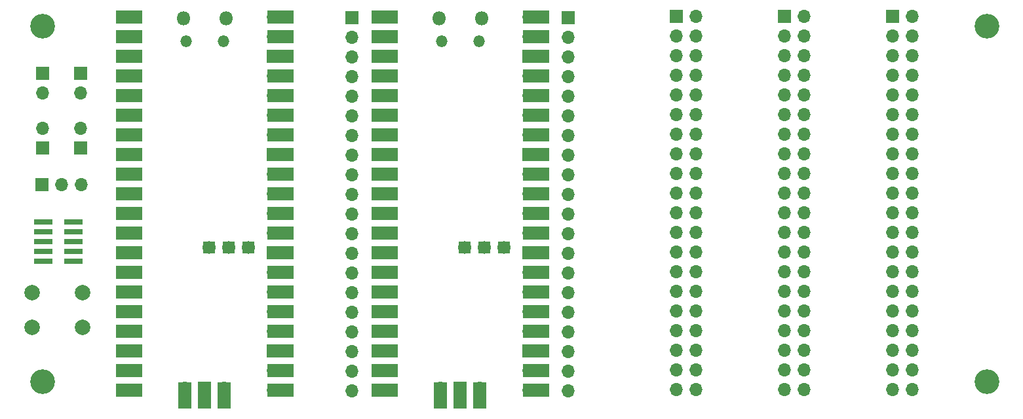
<source format=gbr>
%TF.GenerationSoftware,KiCad,Pcbnew,7.0.7*%
%TF.CreationDate,2023-09-07T20:52:16+09:00*%
%TF.ProjectId,KiCad,4b694361-642e-46b6-9963-61645f706362,rev?*%
%TF.SameCoordinates,PX41cdb40PY67f3540*%
%TF.FileFunction,Soldermask,Top*%
%TF.FilePolarity,Negative*%
%FSLAX46Y46*%
G04 Gerber Fmt 4.6, Leading zero omitted, Abs format (unit mm)*
G04 Created by KiCad (PCBNEW 7.0.7) date 2023-09-07 20:52:16*
%MOMM*%
%LPD*%
G01*
G04 APERTURE LIST*
G04 Aperture macros list*
%AMOutline4P*
0 Free polygon, 4 corners , with rotation*
0 The origin of the aperture is its center*
0 number of corners: always 4*
0 $1 to $8 corner X, Y*
0 $9 Rotation angle, in degrees counterclockwise*
0 create outline with 4 corners*
4,1,4,$1,$2,$3,$4,$5,$6,$7,$8,$1,$2,$9*%
G04 Aperture macros list end*
%ADD10C,3.200000*%
%ADD11R,1.700000X1.700000*%
%ADD12O,1.700000X1.700000*%
%ADD13R,2.400000X0.740000*%
%ADD14O,1.800000X1.800000*%
%ADD15O,1.500000X1.500000*%
%ADD16R,3.500000X1.700000*%
%ADD17R,1.700000X3.500000*%
%ADD18C,1.700000*%
%ADD19R,1.524000X1.524000*%
%ADD20Outline4P,-0.762000X-0.762000X0.762000X-0.762000X0.762000X0.762000X-0.762000X0.762000X0.000000*%
%ADD21C,2.000000*%
G04 APERTURE END LIST*
D10*
%TO.C,H2*%
X4000000Y50000000D03*
%TD*%
D11*
%TO.C,JP3*%
X4000000Y34197000D03*
D12*
X4000000Y36737000D03*
%TD*%
D13*
%TO.C,J7*%
X4107000Y24672000D03*
X8007000Y24672000D03*
X4107000Y23402000D03*
X8007000Y23402000D03*
X4107000Y22132000D03*
X8007000Y22132000D03*
X4107000Y20862000D03*
X8007000Y20862000D03*
X4107000Y19592000D03*
X8007000Y19592000D03*
%TD*%
D11*
%TO.C,J4*%
X44030000Y51100000D03*
D12*
X44030000Y48560000D03*
X44030000Y46020000D03*
X44030000Y43480000D03*
X44030000Y40940000D03*
X44030000Y38400000D03*
X44030000Y35860000D03*
X44030000Y33320000D03*
X44030000Y30780000D03*
X44030000Y28240000D03*
X44030000Y25700000D03*
X44030000Y23160000D03*
X44030000Y20620000D03*
X44030000Y18080000D03*
X44030000Y15540000D03*
X44030000Y13000000D03*
X44030000Y10460000D03*
X44030000Y7920000D03*
X44030000Y5380000D03*
X44030000Y2840000D03*
%TD*%
D11*
%TO.C,JP1*%
X8978000Y43849000D03*
D12*
X8978000Y41309000D03*
%TD*%
D11*
%TO.C,J1*%
X113875000Y51215000D03*
D12*
X113875000Y48675000D03*
X113875000Y46135000D03*
X113875000Y43595000D03*
X113875000Y41055000D03*
X113875000Y38515000D03*
X113875000Y35975000D03*
X113875000Y33435000D03*
X113875000Y30895000D03*
X113875000Y28355000D03*
X113875000Y25815000D03*
X113875000Y23275000D03*
X113875000Y20735000D03*
X113875000Y18195000D03*
X113875000Y15655000D03*
X113875000Y13115000D03*
X113875000Y10575000D03*
X113875000Y8035000D03*
X113875000Y5495000D03*
X113875000Y2955000D03*
X116415000Y2955000D03*
X116415000Y5495000D03*
X116415000Y8035000D03*
X116415000Y10575000D03*
X116415000Y13115000D03*
X116415000Y15655000D03*
X116415000Y18195000D03*
X116415000Y20735000D03*
X116415000Y23275000D03*
X116415000Y25815000D03*
X116415000Y28355000D03*
X116415000Y30895000D03*
X116415000Y33435000D03*
X116415000Y35975000D03*
X116415000Y38515000D03*
X116415000Y41055000D03*
X116415000Y43595000D03*
X116415000Y46135000D03*
X116415000Y48675000D03*
X116415000Y51215000D03*
%TD*%
D14*
%TO.C,U1*%
X55275000Y51000000D03*
D15*
X55575000Y47970000D03*
X60425000Y47970000D03*
D14*
X60725000Y51000000D03*
D12*
X49110000Y51130000D03*
D16*
X48210000Y51130000D03*
D12*
X49110000Y48590000D03*
D16*
X48210000Y48590000D03*
D11*
X49110000Y46050000D03*
D16*
X48210000Y46050000D03*
D12*
X49110000Y43510000D03*
D16*
X48210000Y43510000D03*
D12*
X49110000Y40970000D03*
D16*
X48210000Y40970000D03*
D12*
X49110000Y38430000D03*
D16*
X48210000Y38430000D03*
D12*
X49110000Y35890000D03*
D16*
X48210000Y35890000D03*
D11*
X49110000Y33350000D03*
D16*
X48210000Y33350000D03*
D12*
X49110000Y30810000D03*
D16*
X48210000Y30810000D03*
D12*
X49110000Y28270000D03*
D16*
X48210000Y28270000D03*
D12*
X49110000Y25730000D03*
D16*
X48210000Y25730000D03*
D12*
X49110000Y23190000D03*
D16*
X48210000Y23190000D03*
D11*
X49110000Y20650000D03*
D16*
X48210000Y20650000D03*
D12*
X49110000Y18110000D03*
D16*
X48210000Y18110000D03*
D12*
X49110000Y15570000D03*
D16*
X48210000Y15570000D03*
D12*
X49110000Y13030000D03*
D16*
X48210000Y13030000D03*
D12*
X49110000Y10490000D03*
D16*
X48210000Y10490000D03*
D11*
X49110000Y7950000D03*
D16*
X48210000Y7950000D03*
D12*
X49110000Y5410000D03*
D16*
X48210000Y5410000D03*
D12*
X49110000Y2870000D03*
D16*
X48210000Y2870000D03*
D12*
X66890000Y2870000D03*
D16*
X67790000Y2870000D03*
D12*
X66890000Y5410000D03*
D16*
X67790000Y5410000D03*
D11*
X66890000Y7950000D03*
D16*
X67790000Y7950000D03*
D12*
X66890000Y10490000D03*
D16*
X67790000Y10490000D03*
D12*
X66890000Y13030000D03*
D16*
X67790000Y13030000D03*
D12*
X66890000Y15570000D03*
D16*
X67790000Y15570000D03*
D12*
X66890000Y18110000D03*
D16*
X67790000Y18110000D03*
D11*
X66890000Y20650000D03*
D16*
X67790000Y20650000D03*
D12*
X66890000Y23190000D03*
D16*
X67790000Y23190000D03*
D12*
X66890000Y25730000D03*
D16*
X67790000Y25730000D03*
D12*
X66890000Y28270000D03*
D16*
X67790000Y28270000D03*
D12*
X66890000Y30810000D03*
D16*
X67790000Y30810000D03*
D11*
X66890000Y33350000D03*
D16*
X67790000Y33350000D03*
D12*
X66890000Y35890000D03*
D16*
X67790000Y35890000D03*
D12*
X66890000Y38430000D03*
D16*
X67790000Y38430000D03*
D12*
X66890000Y40970000D03*
D16*
X67790000Y40970000D03*
D12*
X66890000Y43510000D03*
D16*
X67790000Y43510000D03*
D11*
X66890000Y46050000D03*
D16*
X67790000Y46050000D03*
D12*
X66890000Y48590000D03*
D16*
X67790000Y48590000D03*
D12*
X66890000Y51130000D03*
D16*
X67790000Y51130000D03*
D12*
X55460000Y3100000D03*
D17*
X55460000Y2200000D03*
D18*
X58550000Y21300000D03*
D19*
X58560000Y21300000D03*
D11*
X58000000Y3100000D03*
D17*
X58000000Y2200000D03*
D20*
X61100000Y21300000D03*
D18*
X61100000Y21300000D03*
D12*
X60540000Y3100000D03*
D17*
X60540000Y2200000D03*
D19*
X63640000Y21300000D03*
D18*
X63650000Y21300000D03*
%TD*%
D11*
%TO.C,JP4*%
X8978000Y34197000D03*
D12*
X8978000Y36737000D03*
%TD*%
D21*
%TO.C,SW1*%
X2680000Y15492000D03*
X9180000Y15492000D03*
X2680000Y10992000D03*
X9180000Y10992000D03*
%TD*%
D11*
%TO.C,J2*%
X99910000Y51215000D03*
D12*
X99910000Y48675000D03*
X99910000Y46135000D03*
X99910000Y43595000D03*
X99910000Y41055000D03*
X99910000Y38515000D03*
X99910000Y35975000D03*
X99910000Y33435000D03*
X99910000Y30895000D03*
X99910000Y28355000D03*
X99910000Y25815000D03*
X99910000Y23275000D03*
X99910000Y20735000D03*
X99910000Y18195000D03*
X99910000Y15655000D03*
X99910000Y13115000D03*
X99910000Y10575000D03*
X99910000Y8035000D03*
X99910000Y5495000D03*
X99910000Y2955000D03*
X102450000Y2955000D03*
X102450000Y5495000D03*
X102450000Y8035000D03*
X102450000Y10575000D03*
X102450000Y13115000D03*
X102450000Y15655000D03*
X102450000Y18195000D03*
X102450000Y20735000D03*
X102450000Y23275000D03*
X102450000Y25815000D03*
X102450000Y28355000D03*
X102450000Y30895000D03*
X102450000Y33435000D03*
X102450000Y35975000D03*
X102450000Y38515000D03*
X102450000Y41055000D03*
X102450000Y43595000D03*
X102450000Y46135000D03*
X102450000Y48675000D03*
X102450000Y51215000D03*
%TD*%
D10*
%TO.C,H4*%
X126000000Y4000000D03*
%TD*%
D11*
%TO.C,J6*%
X3960000Y29498000D03*
D12*
X6500000Y29498000D03*
X9040000Y29498000D03*
%TD*%
D11*
%TO.C,J3*%
X85935000Y51215000D03*
D12*
X85935000Y48675000D03*
X85935000Y46135000D03*
X85935000Y43595000D03*
X85935000Y41055000D03*
X85935000Y38515000D03*
X85935000Y35975000D03*
X85935000Y33435000D03*
X85935000Y30895000D03*
X85935000Y28355000D03*
X85935000Y25815000D03*
X85935000Y23275000D03*
X85935000Y20735000D03*
X85935000Y18195000D03*
X85935000Y15655000D03*
X85935000Y13115000D03*
X85935000Y10575000D03*
X85935000Y8035000D03*
X85935000Y5495000D03*
X85935000Y2955000D03*
X88475000Y2955000D03*
X88475000Y5495000D03*
X88475000Y8035000D03*
X88475000Y10575000D03*
X88475000Y13115000D03*
X88475000Y15655000D03*
X88475000Y18195000D03*
X88475000Y20735000D03*
X88475000Y23275000D03*
X88475000Y25815000D03*
X88475000Y28355000D03*
X88475000Y30895000D03*
X88475000Y33435000D03*
X88475000Y35975000D03*
X88475000Y38515000D03*
X88475000Y41055000D03*
X88475000Y43595000D03*
X88475000Y46135000D03*
X88475000Y48675000D03*
X88475000Y51215000D03*
%TD*%
D11*
%TO.C,JP2*%
X4000000Y43849000D03*
D12*
X4000000Y41309000D03*
%TD*%
D11*
%TO.C,J5*%
X71970000Y51100000D03*
D12*
X71970000Y48560000D03*
X71970000Y46020000D03*
X71970000Y43480000D03*
X71970000Y40940000D03*
X71970000Y38400000D03*
X71970000Y35860000D03*
X71970000Y33320000D03*
X71970000Y30780000D03*
X71970000Y28240000D03*
X71970000Y25700000D03*
X71970000Y23160000D03*
X71970000Y20620000D03*
X71970000Y18080000D03*
X71970000Y15540000D03*
X71970000Y13000000D03*
X71970000Y10460000D03*
X71970000Y7920000D03*
X71970000Y5380000D03*
X71970000Y2840000D03*
%TD*%
D10*
%TO.C,H1*%
X126000000Y50000000D03*
%TD*%
D14*
%TO.C,U2*%
X22255000Y51000000D03*
D15*
X22555000Y47970000D03*
X27405000Y47970000D03*
D14*
X27705000Y51000000D03*
D12*
X16090000Y51130000D03*
D16*
X15190000Y51130000D03*
D12*
X16090000Y48590000D03*
D16*
X15190000Y48590000D03*
D11*
X16090000Y46050000D03*
D16*
X15190000Y46050000D03*
D12*
X16090000Y43510000D03*
D16*
X15190000Y43510000D03*
D12*
X16090000Y40970000D03*
D16*
X15190000Y40970000D03*
D12*
X16090000Y38430000D03*
D16*
X15190000Y38430000D03*
D12*
X16090000Y35890000D03*
D16*
X15190000Y35890000D03*
D11*
X16090000Y33350000D03*
D16*
X15190000Y33350000D03*
D12*
X16090000Y30810000D03*
D16*
X15190000Y30810000D03*
D12*
X16090000Y28270000D03*
D16*
X15190000Y28270000D03*
D12*
X16090000Y25730000D03*
D16*
X15190000Y25730000D03*
D12*
X16090000Y23190000D03*
D16*
X15190000Y23190000D03*
D11*
X16090000Y20650000D03*
D16*
X15190000Y20650000D03*
D12*
X16090000Y18110000D03*
D16*
X15190000Y18110000D03*
D12*
X16090000Y15570000D03*
D16*
X15190000Y15570000D03*
D12*
X16090000Y13030000D03*
D16*
X15190000Y13030000D03*
D12*
X16090000Y10490000D03*
D16*
X15190000Y10490000D03*
D11*
X16090000Y7950000D03*
D16*
X15190000Y7950000D03*
D12*
X16090000Y5410000D03*
D16*
X15190000Y5410000D03*
D12*
X16090000Y2870000D03*
D16*
X15190000Y2870000D03*
D12*
X33870000Y2870000D03*
D16*
X34770000Y2870000D03*
D12*
X33870000Y5410000D03*
D16*
X34770000Y5410000D03*
D11*
X33870000Y7950000D03*
D16*
X34770000Y7950000D03*
D12*
X33870000Y10490000D03*
D16*
X34770000Y10490000D03*
D12*
X33870000Y13030000D03*
D16*
X34770000Y13030000D03*
D12*
X33870000Y15570000D03*
D16*
X34770000Y15570000D03*
D12*
X33870000Y18110000D03*
D16*
X34770000Y18110000D03*
D11*
X33870000Y20650000D03*
D16*
X34770000Y20650000D03*
D12*
X33870000Y23190000D03*
D16*
X34770000Y23190000D03*
D12*
X33870000Y25730000D03*
D16*
X34770000Y25730000D03*
D12*
X33870000Y28270000D03*
D16*
X34770000Y28270000D03*
D12*
X33870000Y30810000D03*
D16*
X34770000Y30810000D03*
D11*
X33870000Y33350000D03*
D16*
X34770000Y33350000D03*
D12*
X33870000Y35890000D03*
D16*
X34770000Y35890000D03*
D12*
X33870000Y38430000D03*
D16*
X34770000Y38430000D03*
D12*
X33870000Y40970000D03*
D16*
X34770000Y40970000D03*
D12*
X33870000Y43510000D03*
D16*
X34770000Y43510000D03*
D11*
X33870000Y46050000D03*
D16*
X34770000Y46050000D03*
D12*
X33870000Y48590000D03*
D16*
X34770000Y48590000D03*
D12*
X33870000Y51130000D03*
D16*
X34770000Y51130000D03*
D12*
X22440000Y3100000D03*
D17*
X22440000Y2200000D03*
D18*
X25530000Y21300000D03*
D19*
X25540000Y21300000D03*
D11*
X24980000Y3100000D03*
D17*
X24980000Y2200000D03*
D20*
X28080000Y21300000D03*
D18*
X28080000Y21300000D03*
D12*
X27520000Y3100000D03*
D17*
X27520000Y2200000D03*
D19*
X30620000Y21300000D03*
D18*
X30630000Y21300000D03*
%TD*%
D10*
%TO.C,H3*%
X4000000Y4000000D03*
%TD*%
M02*

</source>
